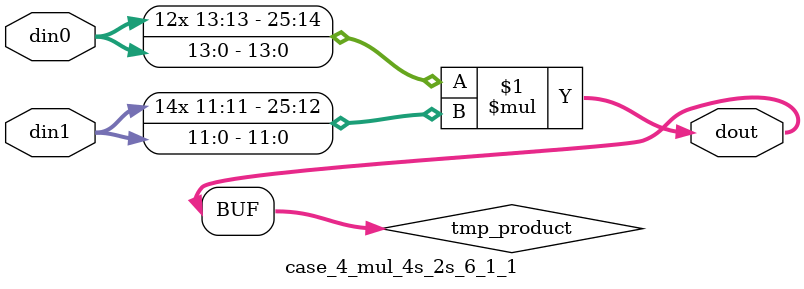
<source format=v>

`timescale 1 ns / 1 ps

 (* use_dsp = "no" *)  module case_4_mul_4s_2s_6_1_1(din0, din1, dout);
parameter ID = 1;
parameter NUM_STAGE = 0;
parameter din0_WIDTH = 14;
parameter din1_WIDTH = 12;
parameter dout_WIDTH = 26;

input [din0_WIDTH - 1 : 0] din0; 
input [din1_WIDTH - 1 : 0] din1; 
output [dout_WIDTH - 1 : 0] dout;

wire signed [dout_WIDTH - 1 : 0] tmp_product;



























assign tmp_product = $signed(din0) * $signed(din1);








assign dout = tmp_product;





















endmodule

</source>
